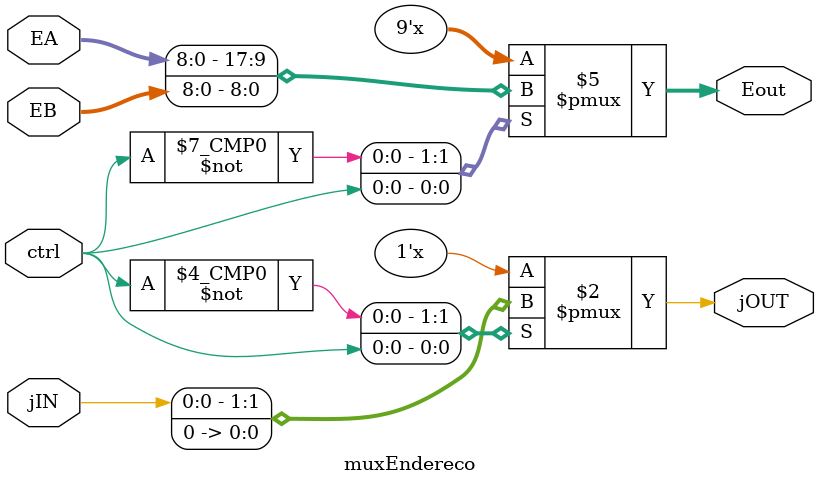
<source format=v>
module muxEndereco (ctrl, jIN, EA,EB, jOUT, Eout);
	input ctrl, jIN;
	input [8:0] EA, EB;
	output reg jOUT;
	output reg [8:0] Eout;
	
	always @(*) begin
		case (ctrl)
			1'b0: begin Eout = EA;	
							jOUT = jIN;
					end
			1'b1: begin Eout = EB;
							jOUT = 0;
					end
			default: Eout = 1'bx;
		endcase
	end
endmodule
</source>
